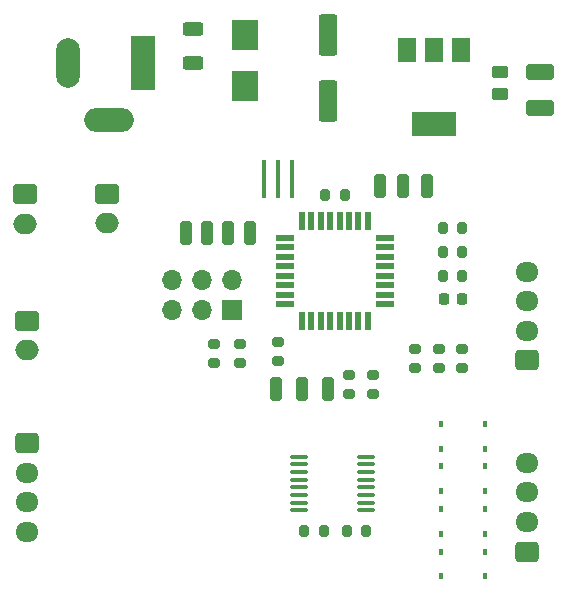
<source format=gbr>
%TF.GenerationSoftware,KiCad,Pcbnew,6.0.8-f2edbf62ab~116~ubuntu20.04.1*%
%TF.CreationDate,2022-11-29T14:24:58-06:00*%
%TF.ProjectId,glasses-display,676c6173-7365-4732-9d64-6973706c6179,rev?*%
%TF.SameCoordinates,Original*%
%TF.FileFunction,Soldermask,Top*%
%TF.FilePolarity,Negative*%
%FSLAX46Y46*%
G04 Gerber Fmt 4.6, Leading zero omitted, Abs format (unit mm)*
G04 Created by KiCad (PCBNEW 6.0.8-f2edbf62ab~116~ubuntu20.04.1) date 2022-11-29 14:24:58*
%MOMM*%
%LPD*%
G01*
G04 APERTURE LIST*
G04 Aperture macros list*
%AMRoundRect*
0 Rectangle with rounded corners*
0 $1 Rounding radius*
0 $2 $3 $4 $5 $6 $7 $8 $9 X,Y pos of 4 corners*
0 Add a 4 corners polygon primitive as box body*
4,1,4,$2,$3,$4,$5,$6,$7,$8,$9,$2,$3,0*
0 Add four circle primitives for the rounded corners*
1,1,$1+$1,$2,$3*
1,1,$1+$1,$4,$5*
1,1,$1+$1,$6,$7*
1,1,$1+$1,$8,$9*
0 Add four rect primitives between the rounded corners*
20,1,$1+$1,$2,$3,$4,$5,0*
20,1,$1+$1,$4,$5,$6,$7,0*
20,1,$1+$1,$6,$7,$8,$9,0*
20,1,$1+$1,$8,$9,$2,$3,0*%
G04 Aperture macros list end*
%ADD10RoundRect,0.200000X0.275000X-0.200000X0.275000X0.200000X-0.275000X0.200000X-0.275000X-0.200000X0*%
%ADD11RoundRect,0.200000X-0.275000X0.200000X-0.275000X-0.200000X0.275000X-0.200000X0.275000X0.200000X0*%
%ADD12R,1.500000X2.000000*%
%ADD13R,3.800000X2.000000*%
%ADD14RoundRect,0.250000X0.725000X-0.600000X0.725000X0.600000X-0.725000X0.600000X-0.725000X-0.600000X0*%
%ADD15O,1.950000X1.700000*%
%ADD16R,1.700000X1.700000*%
%ADD17O,1.700000X1.700000*%
%ADD18R,0.450000X0.600000*%
%ADD19RoundRect,0.250000X0.250000X0.750000X-0.250000X0.750000X-0.250000X-0.750000X0.250000X-0.750000X0*%
%ADD20RoundRect,0.250000X-0.750000X0.600000X-0.750000X-0.600000X0.750000X-0.600000X0.750000X0.600000X0*%
%ADD21O,2.000000X1.700000*%
%ADD22RoundRect,0.250000X0.450000X-0.262500X0.450000X0.262500X-0.450000X0.262500X-0.450000X-0.262500X0*%
%ADD23RoundRect,0.250000X-0.550000X1.500000X-0.550000X-1.500000X0.550000X-1.500000X0.550000X1.500000X0*%
%ADD24RoundRect,0.250000X0.925000X-0.412500X0.925000X0.412500X-0.925000X0.412500X-0.925000X-0.412500X0*%
%ADD25R,0.550000X1.600000*%
%ADD26R,1.600000X0.550000*%
%ADD27RoundRect,0.250000X-0.250000X-0.750000X0.250000X-0.750000X0.250000X0.750000X-0.250000X0.750000X0*%
%ADD28RoundRect,0.200000X-0.200000X-0.275000X0.200000X-0.275000X0.200000X0.275000X-0.200000X0.275000X0*%
%ADD29RoundRect,0.100000X-0.637500X-0.100000X0.637500X-0.100000X0.637500X0.100000X-0.637500X0.100000X0*%
%ADD30RoundRect,0.250000X0.625000X-0.312500X0.625000X0.312500X-0.625000X0.312500X-0.625000X-0.312500X0*%
%ADD31R,0.400000X3.200000*%
%ADD32R,2.300000X2.500000*%
%ADD33R,2.000000X4.600000*%
%ADD34O,2.000000X4.200000*%
%ADD35O,4.200000X2.000000*%
%ADD36RoundRect,0.200000X0.200000X0.275000X-0.200000X0.275000X-0.200000X-0.275000X0.200000X-0.275000X0*%
%ADD37RoundRect,0.218750X-0.218750X-0.256250X0.218750X-0.256250X0.218750X0.256250X-0.218750X0.256250X0*%
%ADD38RoundRect,0.250000X-0.725000X0.600000X-0.725000X-0.600000X0.725000X-0.600000X0.725000X0.600000X0*%
G04 APERTURE END LIST*
D10*
%TO.C,R1*%
X72400000Y-80625000D03*
X72400000Y-78975000D03*
%TD*%
D11*
%TO.C,C7*%
X70200000Y-78975000D03*
X70200000Y-80625000D03*
%TD*%
D12*
%TO.C,U1*%
X91100000Y-54050000D03*
X88800000Y-54050000D03*
D13*
X88800000Y-60350000D03*
D12*
X86500000Y-54050000D03*
%TD*%
D14*
%TO.C,J6*%
X96700000Y-80350000D03*
D15*
X96700000Y-77850000D03*
X96700000Y-75350000D03*
X96700000Y-72850000D03*
%TD*%
D16*
%TO.C,J7*%
X71725000Y-76090000D03*
D17*
X71725000Y-73550000D03*
X69185000Y-76090000D03*
X69185000Y-73550000D03*
X66645000Y-76090000D03*
X66645000Y-73550000D03*
%TD*%
D18*
%TO.C,D4*%
X89400000Y-89350000D03*
X89400000Y-91450000D03*
%TD*%
D19*
%TO.C,J12*%
X77600000Y-82800000D03*
%TD*%
D20*
%TO.C,J2*%
X54200000Y-66300000D03*
D21*
X54200000Y-68800000D03*
%TD*%
D10*
%TO.C,R6*%
X87200000Y-81050000D03*
X87200000Y-79400000D03*
%TD*%
D22*
%TO.C,C2*%
X94400000Y-57800000D03*
X94400000Y-55975000D03*
%TD*%
D23*
%TO.C,C1*%
X79800000Y-52800000D03*
X79800000Y-58400000D03*
%TD*%
D24*
%TO.C,C3*%
X97800000Y-59000000D03*
X97800000Y-55925000D03*
%TD*%
D25*
%TO.C,U2*%
X83200000Y-68550000D03*
X82400000Y-68550000D03*
X81600000Y-68550000D03*
X80800000Y-68550000D03*
X80000000Y-68550000D03*
X79200000Y-68550000D03*
X78400000Y-68550000D03*
X77600000Y-68550000D03*
D26*
X76150000Y-70000000D03*
X76150000Y-70800000D03*
X76150000Y-71600000D03*
X76150000Y-72400000D03*
X76150000Y-73200000D03*
X76150000Y-74000000D03*
X76150000Y-74800000D03*
X76150000Y-75600000D03*
D25*
X77600000Y-77050000D03*
X78400000Y-77050000D03*
X79200000Y-77050000D03*
X80000000Y-77050000D03*
X80800000Y-77050000D03*
X81600000Y-77050000D03*
X82400000Y-77050000D03*
X83200000Y-77050000D03*
D26*
X84650000Y-75600000D03*
X84650000Y-74800000D03*
X84650000Y-74000000D03*
X84650000Y-73200000D03*
X84650000Y-72400000D03*
X84650000Y-71600000D03*
X84650000Y-70800000D03*
X84650000Y-70000000D03*
%TD*%
D27*
%TO.C,J14*%
X79800000Y-82800000D03*
%TD*%
D28*
%TO.C,R9*%
X89550000Y-73200000D03*
X91200000Y-73200000D03*
%TD*%
D20*
%TO.C,J4*%
X54300000Y-77000000D03*
D21*
X54300000Y-79500000D03*
%TD*%
D19*
%TO.C,J10*%
X69600000Y-69600000D03*
%TD*%
D27*
%TO.C,J13*%
X75400000Y-82800000D03*
%TD*%
D18*
%TO.C,D7*%
X93100000Y-92950000D03*
X93100000Y-95050000D03*
%TD*%
%TO.C,D8*%
X89400000Y-96550000D03*
X89400000Y-98650000D03*
%TD*%
D14*
%TO.C,J8*%
X96700000Y-96550000D03*
D15*
X96700000Y-94050000D03*
X96700000Y-91550000D03*
X96700000Y-89050000D03*
%TD*%
D29*
%TO.C,U3*%
X77337500Y-88525000D03*
X77337500Y-89175000D03*
X77337500Y-89825000D03*
X77337500Y-90475000D03*
X77337500Y-91125000D03*
X77337500Y-91775000D03*
X77337500Y-92425000D03*
X77337500Y-93075000D03*
X83062500Y-93075000D03*
X83062500Y-92425000D03*
X83062500Y-91775000D03*
X83062500Y-91125000D03*
X83062500Y-90475000D03*
X83062500Y-89825000D03*
X83062500Y-89175000D03*
X83062500Y-88525000D03*
%TD*%
D19*
%TO.C,J11*%
X67800000Y-69600000D03*
%TD*%
D18*
%TO.C,D2*%
X89400000Y-87850000D03*
X89400000Y-85750000D03*
%TD*%
D30*
%TO.C,F1*%
X68400000Y-55200000D03*
X68400000Y-52275000D03*
%TD*%
D10*
%TO.C,R5*%
X83600000Y-83225000D03*
X83600000Y-81575000D03*
%TD*%
D31*
%TO.C,Y1*%
X76800000Y-65000000D03*
X75600000Y-65000000D03*
X74400000Y-65000000D03*
%TD*%
D32*
%TO.C,D1*%
X72800000Y-52850000D03*
X72800000Y-57150000D03*
%TD*%
D20*
%TO.C,J3*%
X61100000Y-66250000D03*
D21*
X61100000Y-68750000D03*
%TD*%
D10*
%TO.C,R7*%
X89200000Y-81050000D03*
X89200000Y-79400000D03*
%TD*%
%TO.C,R8*%
X91200000Y-81050000D03*
X91200000Y-79400000D03*
%TD*%
D33*
%TO.C,J1*%
X64150000Y-55200000D03*
D34*
X57850000Y-55200000D03*
D35*
X61250000Y-60000000D03*
%TD*%
D36*
%TO.C,C5*%
X79450000Y-94800000D03*
X77800000Y-94800000D03*
%TD*%
D19*
%TO.C,J18*%
X73200000Y-69600000D03*
%TD*%
D28*
%TO.C,C4*%
X79600000Y-66400000D03*
X81250000Y-66400000D03*
%TD*%
%TO.C,R2*%
X89550000Y-71200000D03*
X91200000Y-71200000D03*
%TD*%
D36*
%TO.C,C8*%
X83050000Y-94800000D03*
X81400000Y-94800000D03*
%TD*%
D18*
%TO.C,D3*%
X93100000Y-85750000D03*
X93100000Y-87850000D03*
%TD*%
D28*
%TO.C,R3*%
X89550000Y-69200000D03*
X91200000Y-69200000D03*
%TD*%
D27*
%TO.C,J16*%
X86200000Y-65600000D03*
%TD*%
D18*
%TO.C,D5*%
X93100000Y-91450000D03*
X93100000Y-89350000D03*
%TD*%
D37*
%TO.C,D10*%
X89625000Y-75200000D03*
X91200000Y-75200000D03*
%TD*%
D27*
%TO.C,J17*%
X84200000Y-65600000D03*
%TD*%
D10*
%TO.C,R4*%
X81600000Y-83250000D03*
X81600000Y-81600000D03*
%TD*%
D18*
%TO.C,D6*%
X89400000Y-95050000D03*
X89400000Y-92950000D03*
%TD*%
D10*
%TO.C,C6*%
X75600000Y-80425000D03*
X75600000Y-78775000D03*
%TD*%
D19*
%TO.C,J9*%
X71400000Y-69600000D03*
%TD*%
D18*
%TO.C,D9*%
X93100000Y-98650000D03*
X93100000Y-96550000D03*
%TD*%
D27*
%TO.C,J15*%
X88200000Y-65600000D03*
%TD*%
D38*
%TO.C,J5*%
X54300000Y-87400000D03*
D15*
X54300000Y-89900000D03*
X54300000Y-92400000D03*
X54300000Y-94900000D03*
%TD*%
M02*

</source>
